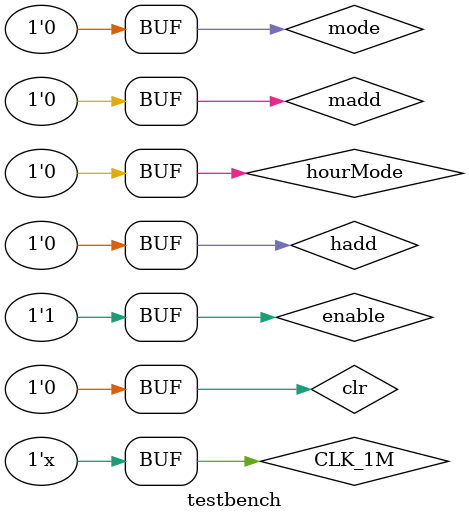
<source format=v>
`timescale 1us / 1ns
module testbench();
    reg CLK_1M=0,enable=1,clr=0,mode=0,hourMode=0,madd=0,hadd=0;
    wire [6:0] LEDS0,LEDS1,LEDS2,LEDS3;
    clock c(CLK_1M,enable,clr,mode,hourMode,madd,hadd,
        LEDS0,LEDS1,LEDS2,LEDS3);
    always #0.5 CLK_1M=~CLK_1M;
endmodule



//module testbench();
//    reg clk=0;	 reg enable=1;
//    reg clr=0; 	 reg mode=0;
//reg madd=0;	 reg hadd=0;		// ·ÖÖÓ¼Ó1¡¤Ð¡Ê±¼Ó1
//reg hourMode=0;
//    wire [7:0] osecond;
//    wire [7:0] ominute;
//    wire [7:0] ohour;
//clock_core c(clk,enable,clr,mode,madd,hadd,hourMode,osecond,ominute,ohour);
//initial begin
//// enable¡¢µ÷Ê±¼ä ¹¦ÄÜ²âÊÔ
//        #5 enable = 0;
//        #5.1 madd = 1;
//        #1.1 madd = 0;
//        #1.1 hadd = 1;
//        #1 hadd = 0;
        
//        #2 enable = 1;
//        #5 madd = 1;
//        #1 madd = 0;
//        #1 hadd = 1;
//        #1 hadd = 0;
//        // clear¹¦ÄÜ²âÊÔ
//        #5 clr = 1;
//        #3 clr = 0;
//    end
//    always #0.5 clk<=~clk;
//endmodule

//module testbench();
//    wire out=0;
//    reg clk = 0;
//    reg sig=0;
//    btn b(clk,sig,out);
//    initial begin
//        #1 sig=1;
//        #1 sig=0;
//        #1 sig=1;
//        #2 sig=0;
//        #1 sig=1;
//        #150 sig = 0;
//        #1 sig = 1;
//        #150000 sig = 0;
//        #1 sig = 1;
//    end
//    always #0.5 clk<=~clk;
//endmodule
</source>
